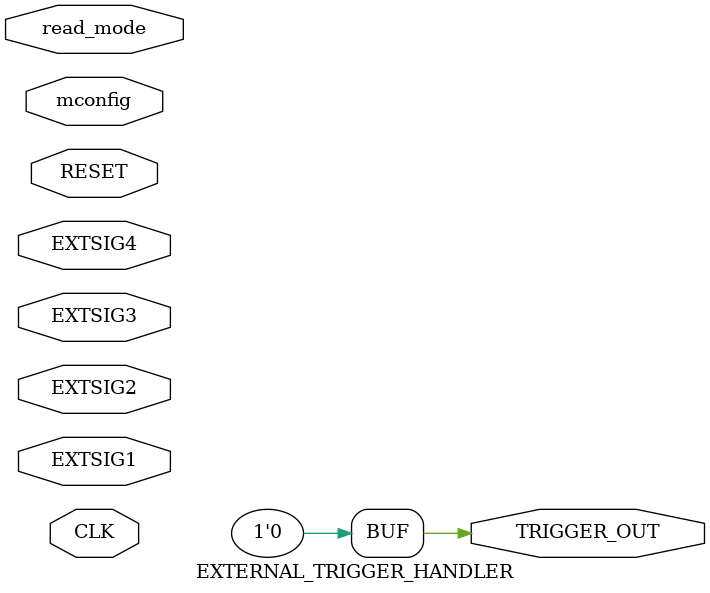
<source format=v>
module EXTERNAL_TRIGGER_HANDLER (
    CLK,
    RESET,
    EXTSIG1,
    EXTSIG2,
    EXTSIG3,
    EXTSIG4,
    TRIGGER_OUT,
    read_mode,
    mconfig
  );

input CLK;
input RESET;
input EXTSIG1;
input EXTSIG2;
input EXTSIG3;
input EXTSIG4;
output TRIGGER_OUT;
input read_mode;
input [15:0] mconfig;

wire TRIGGER_OUT = 0;

endmodule
</source>
